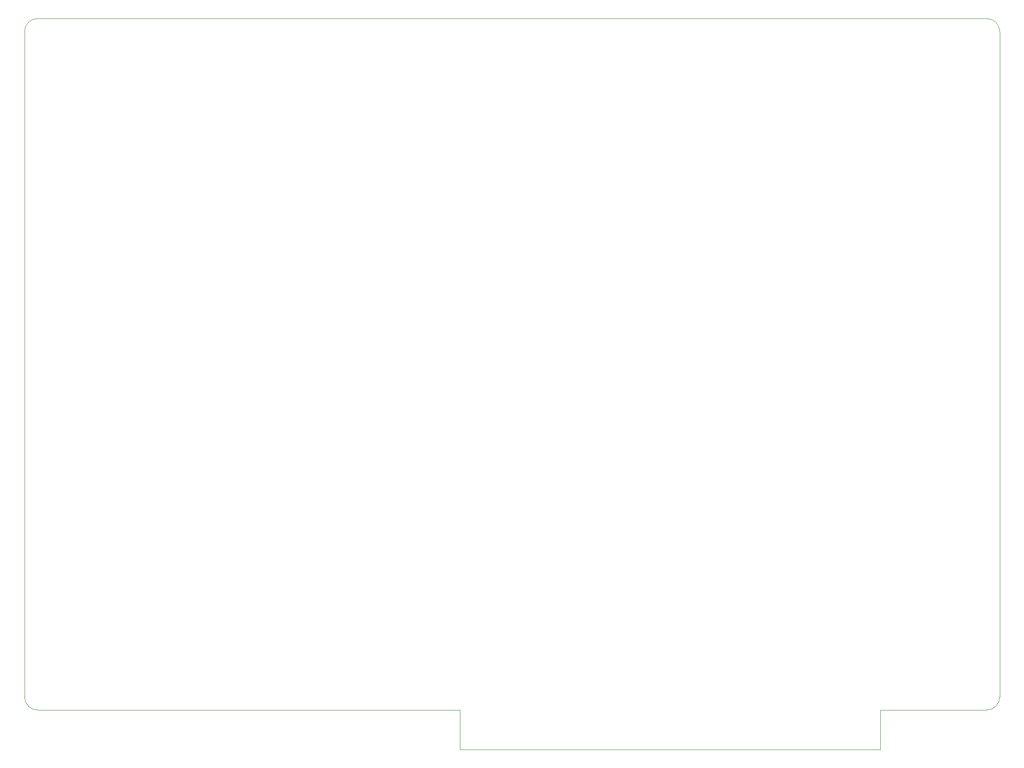
<source format=gm1>
G04 #@! TF.GenerationSoftware,KiCad,Pcbnew,(5.1.4)-1*
G04 #@! TF.CreationDate,2023-01-29T13:09:47+10:30*
G04 #@! TF.ProjectId,ISA_Bread_Board_v1-1,4953415f-4272-4656-9164-5f426f617264,1*
G04 #@! TF.SameCoordinates,Original*
G04 #@! TF.FileFunction,Profile,NP*
%FSLAX46Y46*%
G04 Gerber Fmt 4.6, Leading zero omitted, Abs format (unit mm)*
G04 Created by KiCad (PCBNEW (5.1.4)-1) date 2023-01-29 13:09:47*
%MOMM*%
%LPD*%
G04 APERTURE LIST*
%ADD10C,0.050000*%
G04 APERTURE END LIST*
D10*
X123825000Y-199390000D02*
G75*
G02X121285000Y-196850000I0J2540000D01*
G01*
X309245000Y-196850000D02*
G75*
G02X306705000Y-199390000I-2540000J0D01*
G01*
X306705000Y-66040000D02*
G75*
G02X309245000Y-68580000I0J-2540000D01*
G01*
X121285000Y-68580000D02*
G75*
G02X123825000Y-66040000I2540000J0D01*
G01*
X205235000Y-199390000D02*
X123825000Y-199390000D01*
X205235000Y-199390000D02*
X205235000Y-207010000D01*
X286255000Y-199390000D02*
X286255000Y-207010000D01*
X286255000Y-199390000D02*
X306705000Y-199390000D01*
X309245000Y-68580000D02*
X309245000Y-196850000D01*
X205235000Y-207010000D02*
X286255000Y-207010000D01*
X121285000Y-68580000D02*
X121285000Y-196850000D01*
X123825000Y-66040000D02*
X306705000Y-66040000D01*
M02*

</source>
